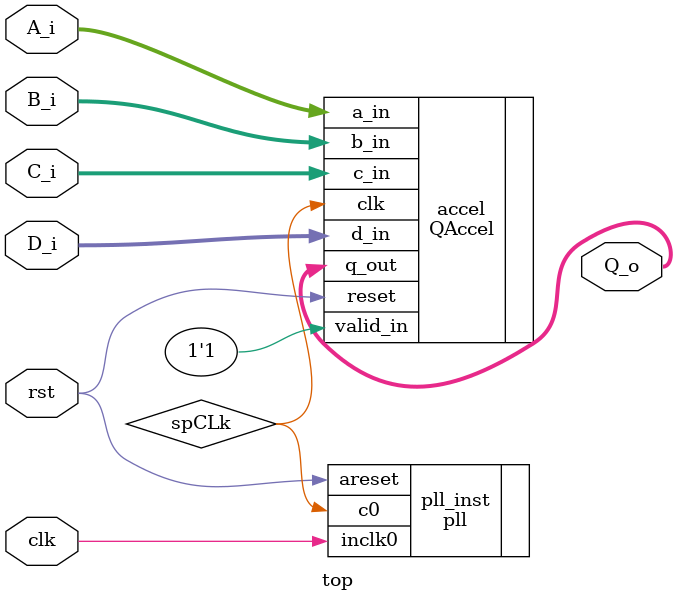
<source format=sv>
module top #(parameter DATA_WIDTH = 64) (
    input clk
    , input rst
    , input signed [DATA_WIDTH-1:0] A_i, B_i, C_i, D_i
    , output signed [DATA_WIDTH*2-1:0] Q_o 
);


logic spCLk;

pll pll_inst (
    .areset(rst)
    , .inclk0(clk)
    , .c0(spCLk)
);

QAccel accel (
    .clk(spCLk)
    , .reset(rst)
    , .valid_in(1'b1)
    , .a_in(A_i)
    , .b_in(B_i)
    , .c_in(C_i)
    , .d_in(D_i)
    , .q_out(Q_o)
);

    
endmodule
</source>
